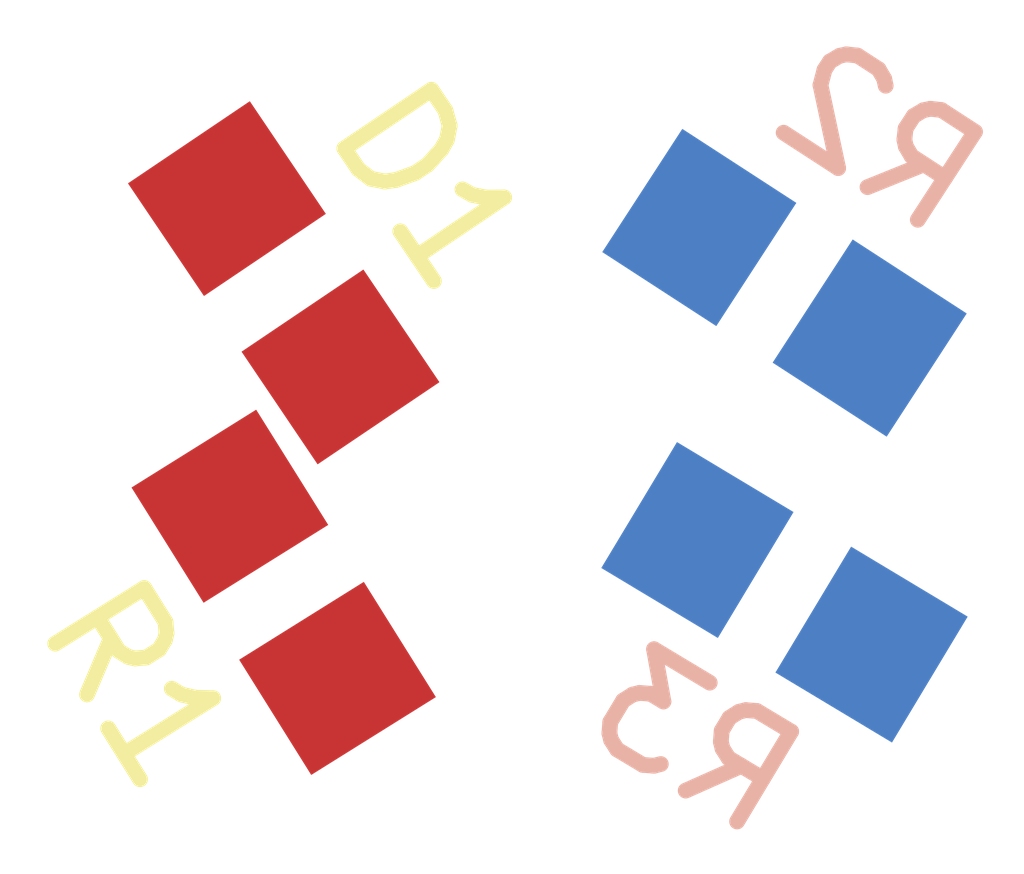
<source format=kicad_pcb>
(kicad_pcb (version 20171130) (host pcbnew "(5.1.2)-1")

  (general
    (thickness 1.600001)
    (drawings 0)
    (tracks 0)
    (zones 0)
    (modules 4)
    (nets 5)
  )

  (page A4)
  (layers
    (0 F.Cu signal)
    (1 In1.Cu signal hide)
    (2 In2.Cu signal hide)
    (31 B.Cu signal)
    (32 B.Adhes user)
    (33 F.Adhes user)
    (34 B.Paste user)
    (35 F.Paste user)
    (36 B.SilkS user)
    (37 F.SilkS user)
    (38 B.Mask user)
    (39 F.Mask user)
    (40 Dwgs.User user)
    (41 Cmts.User user)
    (42 Eco1.User user)
    (43 Eco2.User user)
    (44 Edge.Cuts user)
    (45 Margin user)
    (46 B.CrtYd user)
    (47 F.CrtYd user)
    (48 B.Fab user)
    (49 F.Fab user)
  )

  (setup
    (last_trace_width 0.250001)
    (user_trace_width 0.250001)
    (user_trace_width 1.000001)
    (user_trace_width 0.650001)
    (trace_clearance 0.200001)
    (zone_clearance 0.508)
    (zone_45_only no)
    (trace_min 0.200001)
    (via_size 0.800001)
    (via_drill 0.400001)
    (via_min_size 0.200001)
    (via_min_drill 0.300001)
    (user_via 0.800001 0.400001)
    (blind_buried_vias_allowed yes)
    (uvia_size 0.300001)
    (uvia_drill 0.100001)
    (uvias_allowed yes)
    (uvia_min_size 0.200001)
    (uvia_min_drill 0.100001)
    (edge_width 0.05)
    (segment_width 0.2)
    (pcb_text_width 0.3)
    (pcb_text_size 1.5 1.5)
    (mod_edge_width 0.12)
    (mod_text_size 1 1)
    (mod_text_width 0.15)
    (pad_size 1.524 1.524)
    (pad_drill 0.762)
    (pad_to_mask_clearance 0.051001)
    (solder_mask_min_width 0.500001)
    (pad_to_paste_clearance 0.000001)
    (pad_to_paste_clearance_ratio 0.1)
    (aux_axis_origin 0 0)
    (visible_elements 7FFFFFFF)
    (pcbplotparams
      (layerselection 0x01000_80000007)
      (usegerberextensions true)
      (usegerberattributes true)
      (usegerberadvancedattributes true)
      (creategerberjobfile true)
      (excludeedgelayer false)
      (linewidth 0.200000)
      (plotframeref false)
      (viasonmask true)
      (mode 1)
      (useauxorigin true)
      (hpglpennumber 1)
      (hpglpenspeed 20)
      (hpglpendiameter 15.000000)
      (psnegative false)
      (psa4output false)
      (plotreference false)
      (plotvalue false)
      (plotinvisibletext true)
      (padsonsilk true)
      (subtractmaskfromsilk true)
      (outputformat 2)
      (mirror false)
      (drillshape 1)
      (scaleselection 2)
      (outputdirectory ""))
  )

  (net 0 "")
  (net 1 "Net-(D1-Pad2)")
  (net 2 "Net-(D1-Pad1)")
  (net 3 "Net-(R1-Pad2)")
  (net 4 "Net-(R2-Pad1)")

  (net_class Default ""
    (clearance 0.200001)
    (trace_width 0.250001)
    (via_dia 0.800001)
    (via_drill 0.400001)
    (uvia_dia 0.300001)
    (uvia_drill 0.100001)
    (diff_pair_width 0.200001)
    (diff_pair_gap 0.250001)
    (add_net "Net-(D1-Pad2)")
    (add_net "Net-(R1-Pad2)")
  )

  (net_class new_new_class ""
    (clearance 0.400001)
    (trace_width 0.500001)
    (via_dia 1.600001)
    (via_drill 0.800001)
    (uvia_dia 0.600001)
    (uvia_drill 0.200001)
    (diff_pair_width 0.400001)
    (diff_pair_gap 0.500001)
    (add_net "Net-(D1-Pad1)")
    (add_net "Net-(R2-Pad1)")
  )

  (module KiCad/kicad-footprints/Resistor_SMD.pretty:R_0805_2012Metric_Pad1.29x1.40mm_HandSolder (layer B.Cu) (tedit 5AC5DB74) (tstamp 5CD08429)
    (at 166.187001 102.137001 329)
    (descr "Resistor SMD 0805 (2012 Metric), square (rectangular) end terminal, IPC_7351 nominal with elongated pad for handsoldering. (Body size source: http://www.tortai-tech.com/upload/download/2011102023233369053.pdf), generated with kicad-footprint-generator")
    (tags "resistor handsolder")
    (path /5CCEF374)
    (attr smd)
    (fp_text reference R3 (at 0 1.65 329) (layer B.SilkS)
      (effects (font (size 1 1) (thickness 0.15)) (justify mirror))
    )
    (fp_text value R (at 0 -1.65 329) (layer B.Fab)
      (effects (font (size 1 1) (thickness 0.15)) (justify mirror))
    )
    (fp_text user %R (at 0 0 329) (layer B.Fab)
      (effects (font (size 0.5 0.5) (thickness 0.08)) (justify mirror))
    )
    (fp_line (start 1.86 -0.95) (end -1.86 -0.95) (layer B.CrtYd) (width 0.05))
    (fp_line (start 1.86 0.95) (end 1.86 -0.95) (layer B.CrtYd) (width 0.05))
    (fp_line (start -1.86 0.95) (end 1.86 0.95) (layer B.CrtYd) (width 0.05))
    (fp_line (start -1.86 -0.95) (end -1.86 0.95) (layer B.CrtYd) (width 0.05))
    (fp_line (start 1 -0.6) (end -1 -0.6) (layer B.Fab) (width 0.1))
    (fp_line (start 1 0.6) (end 1 -0.6) (layer B.Fab) (width 0.1))
    (fp_line (start -1 0.6) (end 1 0.6) (layer B.Fab) (width 0.1))
    (fp_line (start -1 -0.6) (end -1 0.6) (layer B.Fab) (width 0.1))
    (pad 2 smd rect (at 0.9675 0 329) (size 1.295 1.4) (layers B.Cu B.Paste B.Mask)
      (net 4 "Net-(R2-Pad1)"))
    (pad 1 smd rect (at -0.9675 0 329) (size 1.295 1.4) (layers B.Cu B.Paste B.Mask)
      (net 1 "Net-(D1-Pad2)"))
    (model ${KISYS3DMOD}/Resistor_SMD.3dshapes/R_0805_2012Metric.wrl
      (at (xyz 0 0 0))
      (scale (xyz 1 1 1))
      (rotate (xyz 0 0 0))
    )
  )

  (module KiCad/kicad-footprints/Resistor_SMD.pretty:R_0805_2012Metric_Pad1.29x1.40mm_HandSolder (layer B.Cu) (tedit 5AC5DB74) (tstamp 5CD0841A)
    (at 166.187003 99.187003 147)
    (descr "Resistor SMD 0805 (2012 Metric), square (rectangular) end terminal, IPC_7351 nominal with elongated pad for handsoldering. (Body size source: http://www.tortai-tech.com/upload/download/2011102023233369053.pdf), generated with kicad-footprint-generator")
    (tags "resistor handsolder")
    (path /5CCF04EB)
    (attr smd)
    (fp_text reference R2 (at 0 1.649999 147) (layer B.SilkS)
      (effects (font (size 1 1) (thickness 0.15)) (justify mirror))
    )
    (fp_text value R (at 0 -1.649999 147) (layer B.Fab)
      (effects (font (size 1 1) (thickness 0.15)) (justify mirror))
    )
    (fp_text user %R (at 0 0 147) (layer B.Fab)
      (effects (font (size 0.5 0.5) (thickness 0.08)) (justify mirror))
    )
    (fp_line (start 1.86 -0.95) (end -1.86 -0.95) (layer B.CrtYd) (width 0.05))
    (fp_line (start 1.86 0.95) (end 1.86 -0.95) (layer B.CrtYd) (width 0.05))
    (fp_line (start -1.86 0.95) (end 1.86 0.95) (layer B.CrtYd) (width 0.05))
    (fp_line (start -1.86 -0.95) (end -1.86 0.95) (layer B.CrtYd) (width 0.05))
    (fp_line (start 1 -0.6) (end -1 -0.6) (layer B.Fab) (width 0.1))
    (fp_line (start 1 0.6) (end 1 -0.6) (layer B.Fab) (width 0.1))
    (fp_line (start -1 0.6) (end 1 0.6) (layer B.Fab) (width 0.1))
    (fp_line (start -1 -0.6) (end -1 0.6) (layer B.Fab) (width 0.1))
    (pad 2 smd rect (at 0.9675 0 147) (size 1.295 1.4) (layers B.Cu B.Paste B.Mask)
      (net 3 "Net-(R1-Pad2)"))
    (pad 1 smd rect (at -0.9675 0 147) (size 1.295 1.4) (layers B.Cu B.Paste B.Mask)
      (net 4 "Net-(R2-Pad1)"))
    (model ${KISYS3DMOD}/Resistor_SMD.3dshapes/R_0805_2012Metric.wrl
      (at (xyz 0 0 0))
      (scale (xyz 1 1 1))
      (rotate (xyz 0 0 0))
    )
  )

  (module KiCad/kicad-footprints/Resistor_SMD.pretty:R_0805_2012Metric_Pad1.29x1.40mm_HandSolder (layer F.Cu) (tedit 5AC5DB74) (tstamp 5CD0840B)
    (at 161.417002 102.137002 122)
    (descr "Resistor SMD 0805 (2012 Metric), square (rectangular) end terminal, IPC_7351 nominal with elongated pad for handsoldering. (Body size source: http://www.tortai-tech.com/upload/download/2011102023233369053.pdf), generated with kicad-footprint-generator")
    (tags "resistor handsolder")
    (path /5CCEF9FD)
    (attr smd)
    (fp_text reference R1 (at 0 -1.65 122) (layer F.SilkS)
      (effects (font (size 1 1) (thickness 0.15)))
    )
    (fp_text value R (at 0 1.65 122) (layer F.Fab)
      (effects (font (size 1 1) (thickness 0.15)))
    )
    (fp_text user %R (at 0 0 122) (layer F.Fab)
      (effects (font (size 0.5 0.5) (thickness 0.08)))
    )
    (fp_line (start 1.86 0.95) (end -1.86 0.95) (layer F.CrtYd) (width 0.05))
    (fp_line (start 1.86 -0.95) (end 1.86 0.95) (layer F.CrtYd) (width 0.05))
    (fp_line (start -1.86 -0.95) (end 1.86 -0.95) (layer F.CrtYd) (width 0.05))
    (fp_line (start -1.86 0.95) (end -1.86 -0.95) (layer F.CrtYd) (width 0.05))
    (fp_line (start 1 0.6) (end -1 0.6) (layer F.Fab) (width 0.1))
    (fp_line (start 1 -0.6) (end 1 0.6) (layer F.Fab) (width 0.1))
    (fp_line (start -1 -0.6) (end 1 -0.6) (layer F.Fab) (width 0.1))
    (fp_line (start -1 0.6) (end -1 -0.6) (layer F.Fab) (width 0.1))
    (pad 2 smd rect (at 0.9675 0 122) (size 1.295 1.4) (layers F.Cu F.Paste F.Mask)
      (net 3 "Net-(R1-Pad2)"))
    (pad 1 smd rect (at -0.9675 0 122) (size 1.295 1.4) (layers F.Cu F.Paste F.Mask)
      (net 2 "Net-(D1-Pad1)"))
    (model ${KISYS3DMOD}/Resistor_SMD.3dshapes/R_0805_2012Metric.wrl
      (at (xyz 0 0 0))
      (scale (xyz 1 1 1))
      (rotate (xyz 0 0 0))
    )
  )

  (module KiCad/kicad-footprints/Resistor_SMD.pretty:R_0805_2012Metric_Pad1.29x1.40mm_HandSolder (layer F.Cu) (tedit 5AC5DB74) (tstamp 5CD083FC)
    (at 161.417004 99.187004 304)
    (descr "Resistor SMD 0805 (2012 Metric), square (rectangular) end terminal, IPC_7351 nominal with elongated pad for handsoldering. (Body size source: http://www.tortai-tech.com/upload/download/2011102023233369053.pdf), generated with kicad-footprint-generator")
    (tags "resistor handsolder")
    (path /5CCEECD1)
    (attr smd)
    (fp_text reference D1 (at 0 -1.65 304) (layer F.SilkS)
      (effects (font (size 1 1) (thickness 0.15)))
    )
    (fp_text value D (at 0 1.65 304) (layer F.Fab)
      (effects (font (size 1 1) (thickness 0.15)))
    )
    (fp_text user %R (at 0 0 304) (layer F.Fab)
      (effects (font (size 0.5 0.5) (thickness 0.08)))
    )
    (fp_line (start 1.86 0.95) (end -1.86 0.95) (layer F.CrtYd) (width 0.05))
    (fp_line (start 1.86 -0.95) (end 1.86 0.95) (layer F.CrtYd) (width 0.05))
    (fp_line (start -1.86 -0.95) (end 1.86 -0.95) (layer F.CrtYd) (width 0.05))
    (fp_line (start -1.86 0.95) (end -1.86 -0.95) (layer F.CrtYd) (width 0.05))
    (fp_line (start 1 0.6) (end -1 0.6) (layer F.Fab) (width 0.1))
    (fp_line (start 1 -0.6) (end 1 0.6) (layer F.Fab) (width 0.1))
    (fp_line (start -1 -0.6) (end 1 -0.6) (layer F.Fab) (width 0.1))
    (fp_line (start -1 0.6) (end -1 -0.6) (layer F.Fab) (width 0.1))
    (pad 2 smd rect (at 0.9675 0 304) (size 1.295 1.4) (layers F.Cu F.Paste F.Mask)
      (net 1 "Net-(D1-Pad2)"))
    (pad 1 smd rect (at -0.9675 0 304) (size 1.295 1.4) (layers F.Cu F.Paste F.Mask)
      (net 2 "Net-(D1-Pad1)"))
    (model ${KISYS3DMOD}/Resistor_SMD.3dshapes/R_0805_2012Metric.wrl
      (at (xyz 0 0 0))
      (scale (xyz 1 1 1))
      (rotate (xyz 0 0 0))
    )
  )

)

</source>
